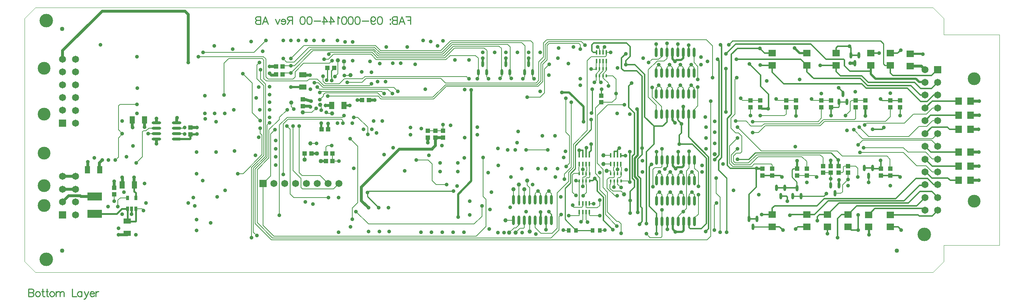
<source format=gbl>
%FSLAX23Y23*%
%MOIN*%
G70*
G01*
G75*
G04 Layer_Physical_Order=4*
G04 Layer_Color=16711680*
%ADD10O,0.024X0.059*%
%ADD11O,0.018X0.067*%
%ADD12O,0.059X0.024*%
%ADD13R,0.071X0.051*%
%ADD14R,0.039X0.039*%
%ADD15R,0.039X0.035*%
%ADD16R,0.039X0.039*%
%ADD17R,0.080X0.050*%
%ADD18R,0.134X0.085*%
%ADD19R,0.041X0.085*%
%ADD20R,0.041X0.085*%
%ADD21R,0.106X0.071*%
%ADD22R,0.035X0.039*%
%ADD23O,0.024X0.087*%
%ADD24R,0.051X0.071*%
%ADD25R,0.047X0.047*%
%ADD26R,0.075X0.134*%
%ADD27O,0.024X0.087*%
%ADD28C,0.040*%
%ADD29R,0.016X0.049*%
%ADD30R,0.071X0.079*%
%ADD31R,0.079X0.031*%
%ADD32R,0.134X0.063*%
%ADD33R,0.026X0.041*%
%ADD34R,0.134X0.075*%
%ADD35R,0.091X0.091*%
%ADD36O,0.087X0.024*%
%ADD37O,0.087X0.024*%
%ADD38R,0.071X0.094*%
%ADD39R,0.084X0.052*%
%ADD40O,0.011X0.067*%
%ADD41O,0.067X0.011*%
%ADD42R,0.141X0.116*%
%ADD43O,0.012X0.047*%
%ADD44R,0.177X0.059*%
%ADD45C,0.008*%
%ADD46C,0.012*%
%ADD47C,0.010*%
%ADD48C,0.025*%
%ADD49C,0.020*%
%ADD50C,0.015*%
%ADD51C,0.012*%
%ADD52C,0.004*%
%ADD53C,0.004*%
%ADD54C,0.118*%
%ADD55C,0.125*%
%ADD56C,0.035*%
%ADD57C,0.118*%
%ADD58C,0.065*%
%ADD59R,0.065X0.065*%
%ADD60R,0.065X0.065*%
%ADD61C,0.039*%
%ADD62C,0.040*%
%ADD63C,0.158*%
%ADD64C,0.168*%
%ADD65C,0.056*%
%ADD66C,0.079*%
%ADD67C,0.079*%
%ADD68C,0.058*%
%ADD69C,0.060*%
%ADD70R,0.071X0.063*%
%ADD71R,0.063X0.071*%
%ADD72R,0.013X0.028*%
%ADD73R,0.018X0.040*%
%ADD74R,0.028X0.039*%
%ADD75C,0.039*%
%ADD76C,0.039*%
D10*
X7585Y768D02*
D03*
X7622Y843D02*
D03*
X7547D02*
D03*
X6482Y373D02*
D03*
X6557D02*
D03*
X6520Y298D02*
D03*
X7237Y683D02*
D03*
X7312D02*
D03*
X7275Y608D02*
D03*
X6963Y582D02*
D03*
X6888D02*
D03*
X6925Y657D02*
D03*
X7388Y1452D02*
D03*
X7313D02*
D03*
X7350Y1527D02*
D03*
X7422Y1883D02*
D03*
X7497D02*
D03*
X7460Y1808D02*
D03*
X6775Y583D02*
D03*
X6812Y658D02*
D03*
X6737D02*
D03*
X4450Y1802D02*
D03*
X4413Y1727D02*
D03*
X4488D02*
D03*
X4240Y1802D02*
D03*
X4203Y1727D02*
D03*
X4278D02*
D03*
X4025Y1802D02*
D03*
X3988Y1727D02*
D03*
X4063D02*
D03*
D13*
X747Y239D02*
D03*
Y353D02*
D03*
X2367Y1589D02*
D03*
Y1703D02*
D03*
D14*
X5119Y1449D02*
D03*
Y1511D02*
D03*
X7465Y1466D02*
D03*
Y1404D02*
D03*
X7165Y799D02*
D03*
Y861D02*
D03*
X7555Y1466D02*
D03*
Y1404D02*
D03*
X7235Y799D02*
D03*
Y861D02*
D03*
X625Y599D02*
D03*
Y661D02*
D03*
X7310Y799D02*
D03*
Y861D02*
D03*
X6915Y1466D02*
D03*
Y1404D02*
D03*
X6585Y1466D02*
D03*
Y1404D02*
D03*
X6605Y774D02*
D03*
Y836D02*
D03*
X7875Y1466D02*
D03*
Y1404D02*
D03*
X7700Y774D02*
D03*
Y836D02*
D03*
X7240Y1466D02*
D03*
Y1404D02*
D03*
X7785Y774D02*
D03*
Y836D02*
D03*
X7785Y1466D02*
D03*
Y1404D02*
D03*
X6697Y774D02*
D03*
Y836D02*
D03*
X6495Y1466D02*
D03*
Y1404D02*
D03*
X6825Y1466D02*
D03*
Y1404D02*
D03*
X7395Y861D02*
D03*
Y799D02*
D03*
X2367Y1414D02*
D03*
Y1477D02*
D03*
X3660Y1124D02*
D03*
Y1186D02*
D03*
X3590Y1124D02*
D03*
Y1186D02*
D03*
X3520Y1186D02*
D03*
Y1124D02*
D03*
X7015Y836D02*
D03*
Y774D02*
D03*
X7150Y1404D02*
D03*
Y1466D02*
D03*
X6925Y836D02*
D03*
Y774D02*
D03*
X1330Y1154D02*
D03*
Y1216D02*
D03*
D16*
X2181Y1780D02*
D03*
X2119D02*
D03*
X2181Y1705D02*
D03*
X2119D02*
D03*
X2579Y975D02*
D03*
X2641D02*
D03*
X2384D02*
D03*
X2446D02*
D03*
X2641Y905D02*
D03*
X2579D02*
D03*
X2594Y1765D02*
D03*
X2656D02*
D03*
X2914Y1470D02*
D03*
X2976D02*
D03*
X2601Y1200D02*
D03*
X2539D02*
D03*
D22*
X5040Y267D02*
D03*
X5107D02*
D03*
X4821Y267D02*
D03*
X4888D02*
D03*
D23*
X5625Y1338D02*
D03*
X5675D02*
D03*
X5725D02*
D03*
X5775D02*
D03*
X5975Y1527D02*
D03*
X5925D02*
D03*
X5875D02*
D03*
X5825D02*
D03*
X5775D02*
D03*
X5725D02*
D03*
X5675D02*
D03*
X5625D02*
D03*
X5625Y1910D02*
D03*
X5675D02*
D03*
X5725D02*
D03*
X5775D02*
D03*
X5825D02*
D03*
X5875D02*
D03*
X5925D02*
D03*
X5975D02*
D03*
Y1721D02*
D03*
X5925D02*
D03*
X5875D02*
D03*
X5825D02*
D03*
X5775D02*
D03*
X5725D02*
D03*
X5675D02*
D03*
X5625D02*
D03*
X5975Y1338D02*
D03*
X5925D02*
D03*
X5875D02*
D03*
X5825D02*
D03*
X5630Y351D02*
D03*
X5680D02*
D03*
X5730D02*
D03*
X5780D02*
D03*
X5980Y540D02*
D03*
X5930D02*
D03*
X5880D02*
D03*
X5830D02*
D03*
X5780D02*
D03*
X5730D02*
D03*
X5680D02*
D03*
X5630D02*
D03*
Y915D02*
D03*
X5680D02*
D03*
X5730D02*
D03*
X5780D02*
D03*
X5830D02*
D03*
X5880D02*
D03*
X5930D02*
D03*
X5980D02*
D03*
Y726D02*
D03*
X5930D02*
D03*
X5880D02*
D03*
X5830D02*
D03*
X5780D02*
D03*
X5730D02*
D03*
X5680D02*
D03*
X5630D02*
D03*
X5980Y351D02*
D03*
X5930D02*
D03*
X5880D02*
D03*
X5830D02*
D03*
X4510Y361D02*
D03*
X4560D02*
D03*
X4610D02*
D03*
X4660D02*
D03*
X4310Y550D02*
D03*
X4360D02*
D03*
X4410D02*
D03*
X4460D02*
D03*
X4510D02*
D03*
X4560D02*
D03*
X4610D02*
D03*
X4660D02*
D03*
X4460Y361D02*
D03*
X4410D02*
D03*
X4360D02*
D03*
X4310D02*
D03*
D24*
X793Y1285D02*
D03*
X907D02*
D03*
X380Y826D02*
D03*
X494D02*
D03*
X2747Y1420D02*
D03*
X2633D02*
D03*
X814Y686D02*
D03*
X700D02*
D03*
D28*
X7847Y79D02*
D03*
X147D02*
D03*
Y2126D02*
D03*
X2745Y1826D02*
D03*
X2533Y905D02*
D03*
X2496Y976D02*
D03*
X2383Y919D02*
D03*
D34*
X445Y421D02*
D03*
Y579D02*
D03*
D36*
X1204Y1110D02*
D03*
Y1160D02*
D03*
Y1210D02*
D03*
Y1260D02*
D03*
X1015D02*
D03*
Y1210D02*
D03*
Y1160D02*
D03*
Y1110D02*
D03*
D45*
X660Y485D02*
Y545D01*
X682Y567D01*
X749D01*
X5245Y586D02*
X5268D01*
X5174Y657D02*
X5245Y586D01*
X5271Y690D02*
X5274D01*
X5302Y662D01*
X5107Y267D02*
X5157D01*
X4865Y480D02*
X4940D01*
X4856Y498D02*
X4857Y488D01*
X4865Y480D01*
X5010Y514D02*
X5050D01*
X4867Y793D02*
X4918D01*
X4981Y690D02*
Y748D01*
X4953Y585D02*
X4984Y616D01*
Y687D01*
X4981Y690D02*
X4984Y687D01*
X5167Y1742D02*
Y1829D01*
X5136Y1674D02*
Y1711D01*
X5135Y1691D02*
X5136Y1692D01*
X5185Y1598D02*
Y1625D01*
X5136Y1674D02*
X5185Y1625D01*
X5255Y1483D02*
Y1662D01*
X5221Y1449D02*
X5255Y1483D01*
X5119Y1449D02*
X5221D01*
X5104Y1742D02*
Y1828D01*
X5073Y1651D02*
Y1711D01*
X5055Y1633D02*
X5073Y1651D01*
X5103Y1647D02*
Y1692D01*
X5225D02*
X5255Y1662D01*
X6597Y1001D02*
X7296D01*
X6377Y1221D02*
X6597Y1001D01*
X5166Y1910D02*
X5206D01*
X7917Y1257D02*
X7999Y1339D01*
X7567Y1257D02*
X7917D01*
X6568Y947D02*
X6971D01*
X6552Y964D02*
X7139D01*
X6424Y1466D02*
X6585D01*
X6405Y1485D02*
X6424Y1466D01*
X6746D02*
X6915D01*
X6734Y1478D02*
X6746Y1466D01*
X8223Y1397D02*
X8224Y1396D01*
X8178Y1397D02*
X8223D01*
X8120Y1339D02*
X8178Y1397D01*
X7999Y1339D02*
X8120D01*
X8051Y1225D02*
X8122D01*
X8224Y1278D02*
X8224Y1278D01*
X8175Y1278D02*
X8224D01*
X8122Y1225D02*
X8175Y1278D01*
X7958Y1132D02*
X8051Y1225D01*
X7588Y1132D02*
X7958D01*
X8178Y1114D02*
X8224Y1160D01*
X8168Y1098D02*
X8224Y1042D01*
X8221Y927D02*
X8224Y924D01*
X8174Y927D02*
X8221D01*
X8112Y989D02*
X8174Y927D01*
X8224Y806D02*
X8224Y806D01*
X8173Y806D02*
X8224D01*
X8116Y863D02*
X8173Y806D01*
X8030Y863D02*
X8116D01*
X7373Y1326D02*
X7418Y1371D01*
X7071Y1466D02*
X7240D01*
X7059Y1478D02*
X7071Y1466D01*
X7431D02*
X7555D01*
X7418Y1371D02*
Y1453D01*
X7431Y1466D01*
X7784Y837D02*
X7785Y836D01*
X7784Y837D02*
Y924D01*
X7755Y953D02*
X7784Y924D01*
X7344Y953D02*
X7755D01*
X7296Y1001D02*
X7344Y953D01*
X7360Y861D02*
X7465D01*
X7487Y759D02*
Y839D01*
X7465Y861D02*
X7487Y839D01*
X7395Y799D02*
X7396Y798D01*
Y737D02*
Y798D01*
X7345Y686D02*
X7396Y737D01*
X7345Y622D02*
Y686D01*
X7331Y608D02*
X7345Y622D01*
X7275Y608D02*
X7331D01*
X7395Y861D02*
X7395Y861D01*
X7352Y853D02*
X7360Y861D01*
X7352Y808D02*
Y853D01*
X7343Y799D02*
X7352Y808D01*
X7310Y799D02*
X7343D01*
X6925Y774D02*
X7093D01*
X7108Y759D01*
X7165Y861D02*
X7165Y861D01*
Y938D01*
X7139Y964D02*
X7165Y938D01*
X7165Y799D02*
X7235D01*
X7237Y796D01*
Y683D02*
Y796D01*
X6340Y907D02*
X6358Y889D01*
X6477D02*
X6552Y964D01*
X6358Y889D02*
X6477D01*
X6340Y907D02*
Y953D01*
X6365Y978D01*
X6403D01*
X6418Y993D01*
Y1135D01*
X6634Y1234D02*
X7141D01*
X7786Y1317D02*
Y1403D01*
X7742Y1273D02*
X7786Y1317D01*
X7141Y1234D02*
X7180Y1273D01*
X7742D01*
X6622Y1251D02*
X7131D01*
X7465Y1299D02*
Y1404D01*
X7456Y1290D02*
X7465Y1299D01*
X7131Y1251D02*
X7170Y1290D01*
X7456D01*
X7785Y1404D02*
X7786Y1403D01*
X6571Y1171D02*
X6634Y1234D01*
X6517Y1171D02*
X6571D01*
X6501Y1230D02*
X6601D01*
X7465Y1404D02*
X7465Y1404D01*
X6601Y1230D02*
X6622Y1251D01*
X6517Y1271D02*
X7119D01*
X7150Y1404D02*
X7150Y1404D01*
X7150Y1302D02*
Y1404D01*
X7119Y1271D02*
X7150Y1302D01*
X6585Y1326D02*
X6586Y1325D01*
X6809D01*
X6825Y1341D01*
Y1404D01*
X6495Y1326D02*
X6495Y1336D01*
Y1404D01*
X7015Y836D02*
Y903D01*
X6971Y947D02*
X7015Y903D01*
X6494Y873D02*
X6568Y947D01*
X6346Y873D02*
X6494D01*
X6320Y899D02*
X6346Y873D01*
X6320Y899D02*
Y964D01*
X6377Y1021D01*
X6531Y878D02*
X6689D01*
X6303Y887D02*
X6333Y857D01*
X6510D02*
X6531Y878D01*
X6333Y857D02*
X6510D01*
X6697Y836D02*
X6697Y836D01*
Y870D01*
X6689Y878D02*
X6697Y870D01*
X625Y535D02*
X625Y535D01*
X625Y535D02*
Y599D01*
X4488Y1677D02*
X4500Y1665D01*
X4488Y1677D02*
Y1727D01*
X4395Y1665D02*
X4413Y1683D01*
Y1727D01*
X4278Y1682D02*
X4290Y1670D01*
X4278Y1682D02*
Y1727D01*
X4185Y1670D02*
X4203Y1688D01*
Y1727D01*
X4063Y1682D02*
X4080Y1665D01*
X4063Y1682D02*
Y1727D01*
X3975Y1665D02*
X3988Y1678D01*
Y1727D01*
X3044Y1843D02*
X3688D01*
X3985Y1730D02*
X3988Y1727D01*
X3985Y1730D02*
Y1855D01*
X3960Y1880D02*
X3985Y1855D01*
X3725Y1880D02*
X3960D01*
X3688Y1843D02*
X3725Y1880D01*
X3053Y1861D02*
X3676D01*
X4063Y1727D02*
X4065Y1730D01*
Y1925D01*
X4039Y1951D02*
X4065Y1925D01*
X3766Y1951D02*
X4039D01*
X3676Y1861D02*
X3766Y1951D01*
X3063Y1877D02*
X3667D01*
X4200Y1730D02*
X4203Y1727D01*
X4200Y1730D02*
Y1945D01*
X4178Y1967D02*
X4200Y1945D01*
X3757Y1967D02*
X4178D01*
X3667Y1877D02*
X3757Y1967D01*
X3069Y1893D02*
X3658D01*
X4278Y1727D02*
X4280Y1730D01*
Y1960D01*
X4257Y1983D02*
X4280Y1960D01*
X3748Y1983D02*
X4257D01*
X3658Y1893D02*
X3748Y1983D01*
X3076Y1909D02*
X3649D01*
X4413Y1727D02*
X4415Y1730D01*
Y1970D01*
X4386Y1999D02*
X4415Y1970D01*
X3739Y1999D02*
X4386D01*
X3649Y1909D02*
X3739Y1999D01*
X4488Y1727D02*
X4490Y1730D01*
Y1995D01*
X4470Y2015D02*
X4490Y1995D01*
X3730Y2015D02*
X4470D01*
X3640Y1925D02*
X3730Y2015D01*
X5136Y1711D02*
X5167Y1742D01*
X5073Y1711D02*
X5073Y1711D01*
X5073D01*
X5104Y1742D01*
X5136Y1740D02*
Y1828D01*
X5104Y1692D02*
X5106Y1694D01*
Y1710D01*
X5136Y1740D01*
X5104Y1692D02*
X5104Y1692D01*
X5167Y1829D02*
X5168Y1830D01*
X5136Y1828D02*
X5137Y1830D01*
X5104Y1828D02*
X5106Y1830D01*
X5073Y1827D02*
X5075Y1830D01*
X5073Y1758D02*
Y1827D01*
X5167Y1692D02*
X5225D01*
X4950Y831D02*
Y880D01*
X4918Y793D02*
X4918Y794D01*
Y855D02*
Y875D01*
X4918Y795D02*
X4918Y794D01*
X4918Y795D02*
Y814D01*
X4912Y820D02*
X4918Y814D01*
X4912Y820D02*
Y849D01*
X4918Y855D01*
X4981Y854D02*
Y874D01*
X4981Y788D02*
X4981Y789D01*
Y813D01*
X4987Y819D01*
Y848D01*
X4981Y854D02*
X4987Y848D01*
X4949Y722D02*
X4950Y722D01*
Y755D01*
X4953Y758D01*
X4968D01*
X4981Y771D01*
Y788D01*
X5012D02*
X5013Y788D01*
Y760D02*
Y788D01*
X5006Y753D02*
X5013Y760D01*
X4986Y753D02*
X5006D01*
X4981Y748D02*
X4986Y753D01*
X4949Y692D02*
Y722D01*
X4918Y514D02*
Y721D01*
X4885Y727D02*
X4891Y721D01*
X4918D01*
X4918Y722D01*
X5240Y854D02*
X5240Y853D01*
X5240Y854D02*
Y880D01*
X5239Y789D02*
X5239Y788D01*
X5239Y789D02*
Y814D01*
X5234Y819D02*
X5239Y814D01*
X5234Y819D02*
Y847D01*
X5240Y853D01*
X5302Y789D02*
X5302Y788D01*
X5302Y789D02*
Y814D01*
X5308Y820D01*
Y848D01*
X5301Y854D02*
X5308Y848D01*
X5301Y854D02*
Y880D01*
X5271Y828D02*
X5271Y828D01*
X5271Y828D02*
Y880D01*
X5193Y754D02*
X5232D01*
X5239Y788D02*
X5239Y788D01*
X5239Y761D02*
Y788D01*
X5232Y754D02*
X5239Y761D01*
X5271Y722D02*
X5271Y722D01*
Y750D01*
X5275Y754D01*
X5291D01*
X5302Y765D01*
Y788D01*
X5271Y690D02*
Y722D01*
X5239Y671D02*
Y722D01*
X5235Y667D02*
X5239Y671D01*
X5375Y722D02*
X5383Y714D01*
X5302Y722D02*
X5375D01*
X5271Y788D02*
Y828D01*
X5775Y1721D02*
Y1770D01*
X5625Y1721D02*
Y1770D01*
X6010Y1660D02*
Y1780D01*
X5975Y1815D02*
Y1910D01*
Y1815D02*
X6010Y1780D01*
X5875Y1721D02*
Y1770D01*
X5975Y1721D02*
Y1770D01*
X5680Y855D02*
Y1020D01*
X5680Y1020D02*
X5680Y1020D01*
Y210D02*
Y455D01*
X5535Y235D02*
X5570Y200D01*
X5670D01*
X5680Y210D01*
X1911Y251D02*
Y838D01*
X6164Y501D02*
X6182Y519D01*
X6164Y268D02*
Y501D01*
X1911Y251D02*
X1942Y220D01*
X1894Y198D02*
Y846D01*
X6126Y1991D02*
X6146Y1971D01*
X6091Y2026D02*
X6126Y1991D01*
X6146Y1676D02*
Y1971D01*
X6354Y1340D02*
Y1660D01*
X6370Y1676D01*
X4618Y2026D02*
X6091D01*
X2185Y1249D02*
X2229Y1293D01*
X2185Y784D02*
Y1249D01*
X2150Y1291D02*
Y1308D01*
X2054Y1195D02*
X2150Y1291D01*
X2054Y935D02*
Y1195D01*
X1945Y826D02*
X2054Y935D01*
X1945Y338D02*
Y826D01*
X1990Y965D02*
Y1145D01*
X1767Y791D02*
X1816D01*
X4730Y271D02*
Y393D01*
X4655Y196D02*
X4730Y271D01*
Y393D02*
X4749Y412D01*
X4819Y720D02*
Y802D01*
X4666Y240D02*
X4713Y287D01*
Y614D02*
X4819Y720D01*
X4713Y287D02*
Y614D01*
X4991Y1189D02*
Y1834D01*
X4862Y845D02*
Y1060D01*
X4991Y1189D01*
X5635Y1829D02*
X5701D01*
X5554Y1748D02*
X5635Y1829D01*
X4641Y1993D02*
X4913D01*
X4926Y1941D02*
Y1980D01*
X4913Y1993D02*
X4926Y1980D01*
X4621Y1841D02*
Y1973D01*
X4641Y1993D01*
X4581Y1801D02*
X4621Y1841D01*
X3690Y1595D02*
X4538D01*
X4581Y1638D02*
Y1801D01*
X4538Y1595D02*
X4581Y1638D01*
X2595Y1505D02*
X3062D01*
X3574Y1479D02*
X3690Y1595D01*
X3062Y1505D02*
X3088Y1479D01*
X3574D01*
X4633Y2010D02*
X4935D01*
X4563Y1810D02*
X4604Y1851D01*
X4935Y2010D02*
X4969Y1976D01*
X4604Y1981D02*
X4633Y2010D01*
X4604Y1851D02*
Y1981D01*
X3683Y1611D02*
X4528D01*
X3568Y1496D02*
X3683Y1611D01*
X2572Y1535D02*
X3056D01*
X4563Y1646D02*
Y1810D01*
X4528Y1611D02*
X4563Y1646D01*
X3095Y1496D02*
X3568D01*
X3056Y1535D02*
X3095Y1496D01*
X2557Y1520D02*
X2572Y1535D01*
X2557Y1507D02*
Y1520D01*
X2522Y1472D02*
X2557Y1507D01*
X6317Y1211D02*
Y1303D01*
X6354Y1340D01*
X3683Y1627D02*
X4519D01*
X4588Y1996D02*
X4618Y2026D01*
X4588Y1866D02*
Y1996D01*
X4544Y1822D02*
X4588Y1866D01*
X4544Y1652D02*
Y1822D01*
X4519Y1627D02*
X4544Y1652D01*
X6317Y1211D02*
X6361Y1167D01*
X6386D01*
X6418Y1135D01*
X6361Y1275D02*
X6456D01*
X6501Y1230D01*
X2295Y1729D02*
X2374Y1808D01*
X2295Y1682D02*
Y1729D01*
X2461Y1925D02*
X3015D01*
X2257Y1721D02*
X2461Y1925D01*
X2444Y1941D02*
X3021D01*
X2289Y1786D02*
X2444Y1941D01*
X2423Y1957D02*
X3028D01*
X2285Y1819D02*
X2423Y1957D01*
X2218Y1819D02*
X2285D01*
X2376Y1973D02*
X3036D01*
X2255Y1852D02*
X2376Y1973D01*
X2185Y1852D02*
X2218Y1819D01*
X2181Y1780D02*
X2187Y1786D01*
X3035Y1879D02*
X3053Y1861D01*
X3006Y1908D02*
X3035Y1879D01*
X4779Y786D02*
X4800Y807D01*
X4800D02*
X4844Y851D01*
X4779Y739D02*
Y786D01*
X1900Y1352D02*
Y1627D01*
X1814Y1713D02*
X1900Y1627D01*
X4562Y240D02*
X4666D01*
X4510Y292D02*
X4562Y240D01*
X4510Y292D02*
Y361D01*
X5071Y403D02*
X5106Y404D01*
X5016Y403D02*
X5071D01*
X5010Y408D02*
X5016Y403D01*
X5010Y408D02*
Y434D01*
X4819Y402D02*
X4915D01*
X4918Y405D01*
Y434D01*
X4991Y1834D02*
X5027Y1870D01*
X5905Y471D02*
Y817D01*
X5930Y842D01*
Y915D01*
X2150Y1308D02*
X2222Y1380D01*
X1900Y1352D02*
X1973Y1279D01*
X1972Y1162D02*
X1973Y1163D01*
Y1210D01*
X2038Y942D02*
Y1238D01*
X2060Y1260D01*
X2076Y180D02*
X6096D01*
X1928Y328D02*
X2076Y180D01*
X2000Y595D02*
X2000Y595D01*
X2000Y312D02*
Y595D01*
X2000Y700D02*
X2001Y699D01*
Y694D02*
Y699D01*
X1928Y328D02*
Y832D01*
X2038Y942D01*
X1640Y1515D02*
Y1808D01*
X1684Y1852D01*
X2408Y1646D02*
X2426Y1664D01*
X2500D01*
X2561Y1603D01*
X5597Y671D02*
Y829D01*
X5613Y845D01*
X5670D01*
X5680Y855D01*
X5680Y455D02*
X5680Y455D01*
X5088Y1960D02*
X5103Y1944D01*
Y1910D02*
Y1944D01*
X5825Y1910D02*
Y1985D01*
X5135Y1942D02*
X5150Y1958D01*
X5135Y1910D02*
Y1942D01*
X5027Y1870D02*
X5158D01*
X5166Y1878D01*
Y1910D01*
X5725Y1910D02*
X5726Y1909D01*
X5554Y1495D02*
Y1748D01*
Y1495D02*
X5625Y1424D01*
Y1338D02*
Y1424D01*
X5555Y1817D02*
X5590Y1845D01*
X5650D01*
X5675Y1870D01*
Y1910D01*
X5590Y1495D02*
X5675Y1410D01*
X5590Y1495D02*
Y1585D01*
X5675Y1338D02*
X5675Y1338D01*
X5675Y1338D02*
Y1410D01*
X4979Y481D02*
Y514D01*
Y481D02*
X4985Y476D01*
X5152Y270D02*
X5157Y267D01*
X4770Y270D02*
X4773Y267D01*
X4821D01*
X4979Y366D02*
X4993Y344D01*
X4979Y366D02*
Y434D01*
X4934Y346D02*
X4949Y363D01*
Y434D01*
X4917Y435D02*
X4918Y434D01*
X5010D02*
X5011Y435D01*
X830Y890D02*
X885Y945D01*
Y1175D01*
X895Y1185D01*
X920D01*
X945Y1210D01*
X1015D01*
X940Y1160D02*
X1015D01*
X680Y1430D02*
X835D01*
X665Y1415D02*
X680Y1430D01*
X665Y1195D02*
Y1415D01*
X5650Y1795D02*
X5675Y1770D01*
Y1721D02*
Y1770D01*
X5625Y1770D02*
X5650Y1795D01*
X5950Y1605D02*
X5975Y1580D01*
Y1527D02*
Y1580D01*
X5925Y1580D02*
X5950Y1605D01*
X5925Y1527D02*
Y1580D01*
X5850Y1605D02*
X5875Y1580D01*
Y1527D02*
Y1580D01*
X5825Y1580D02*
X5850Y1605D01*
X5825Y1527D02*
Y1580D01*
X5750Y1605D02*
X5775Y1580D01*
Y1527D02*
Y1580D01*
X5725Y1580D02*
X5750Y1605D01*
X5725Y1527D02*
Y1580D01*
X5625D02*
X5650Y1605D01*
X5625Y1527D02*
Y1580D01*
X5650Y1605D02*
X5675Y1580D01*
Y1527D02*
Y1580D01*
X5950Y1795D02*
X5975Y1770D01*
X5925Y1770D02*
X5950Y1795D01*
X5925Y1721D02*
Y1770D01*
X5850Y1795D02*
X5875Y1770D01*
X5825Y1770D02*
X5850Y1795D01*
X5825Y1721D02*
Y1770D01*
X5725D02*
X5750Y1795D01*
X5725Y1721D02*
Y1770D01*
X5750Y1795D02*
X5775Y1770D01*
X5975Y1721D02*
X5975Y1721D01*
X5875Y1721D02*
X5875Y1721D01*
X5775Y1721D02*
X5775Y1721D01*
X5675Y1721D02*
X5675Y1721D01*
X5625Y1910D02*
Y1985D01*
X637Y916D02*
X665Y944D01*
X2197Y1721D02*
X2257D01*
X4427Y1011D02*
X4627D01*
X825Y465D02*
X883D01*
X897Y451D01*
X6303Y887D02*
Y1047D01*
X6377Y1121D01*
X5630Y726D02*
Y780D01*
X5655Y805D01*
X5680Y726D02*
Y780D01*
X5655Y805D02*
X5680Y780D01*
X5730Y780D02*
X5755Y805D01*
X5730Y726D02*
Y780D01*
Y726D02*
X5730Y726D01*
X5780D02*
Y780D01*
X5755Y805D02*
X5780Y780D01*
X5830Y726D02*
Y780D01*
X5855Y805D01*
X5880Y726D02*
Y779D01*
X5855Y805D02*
X5880Y779D01*
X5930Y726D02*
Y780D01*
X5955Y805D01*
X5980Y726D02*
Y780D01*
X5955Y805D02*
X5980Y780D01*
X5655Y620D02*
X5680Y595D01*
Y540D02*
Y595D01*
Y540D02*
X5680Y540D01*
X5650Y620D02*
X5655D01*
X5630Y600D02*
X5650Y620D01*
X5630Y540D02*
Y600D01*
Y540D02*
X5630Y540D01*
X5730D02*
Y595D01*
X5755Y620D01*
X5780Y540D02*
Y595D01*
X5755Y620D02*
X5780Y595D01*
X5830Y540D02*
Y595D01*
X5855Y620D01*
X5880Y540D02*
Y595D01*
X5855Y620D02*
X5880Y595D01*
X5980Y540D02*
Y595D01*
X5955Y620D02*
X5980Y595D01*
X5930Y540D02*
Y595D01*
X5955Y620D01*
X1204Y1160D02*
X1270D01*
X1275Y1155D01*
X1204Y1210D02*
X1270D01*
X1275Y1215D01*
X3520Y1186D02*
X3590D01*
X3590Y1186D01*
X3660D01*
Y1244D01*
X3660Y1244D01*
X3559Y727D02*
X3595Y691D01*
X3692D01*
X3694Y689D01*
X4510Y550D02*
Y605D01*
X4535Y630D01*
X4560Y550D02*
Y605D01*
X4535Y630D02*
X4560Y605D01*
X4610Y550D02*
Y605D01*
X4635Y630D01*
X4660Y550D02*
Y605D01*
X4635Y630D02*
X4660Y605D01*
X1894Y846D02*
X2006Y958D01*
Y1603D01*
X1911Y838D02*
X2022Y949D01*
Y1617D01*
X6215Y250D02*
Y574D01*
X6181Y608D02*
X6215Y574D01*
X6181Y608D02*
Y750D01*
X5830Y351D02*
Y396D01*
X5980Y841D02*
Y915D01*
Y841D02*
X6015Y806D01*
Y673D02*
Y806D01*
Y416D02*
Y595D01*
X5981Y382D02*
X6015Y416D01*
X5981Y348D02*
Y382D01*
X5975Y1338D02*
Y1381D01*
X6010Y1416D01*
Y1591D01*
X5105Y497D02*
Y545D01*
X5084Y476D02*
X5105Y497D01*
X4985Y476D02*
X5084D01*
X5159Y412D02*
X5264Y307D01*
X4819Y802D02*
X4862Y845D01*
X3036Y1973D02*
X3084Y1925D01*
X3028Y1957D02*
X3076Y1909D01*
X3021Y1941D02*
X3069Y1893D01*
X3084Y1925D02*
X3640D01*
X3015Y1925D02*
X3063Y1877D01*
X2562Y1846D02*
X2604D01*
X2650Y1892D01*
X2995D01*
X3044Y1843D01*
X1942Y1792D02*
X1965Y1815D01*
X1942Y1667D02*
X2006Y1603D01*
X1942Y1667D02*
Y1792D01*
X1975Y1664D02*
Y1750D01*
Y1664D02*
X2022Y1617D01*
X2008Y1667D02*
X2029Y1646D01*
X2008Y1667D02*
Y1836D01*
X1992Y1852D02*
X2008Y1836D01*
X1684Y1852D02*
X1992D01*
X2029Y1646D02*
X2408D01*
X2276Y1663D02*
X2295Y1682D01*
X2025Y1684D02*
X2046Y1663D01*
X2025Y1684D02*
Y1848D01*
X2003Y1870D02*
X2025Y1848D01*
X2046Y1663D02*
X2276D01*
X1402Y1870D02*
X2003D01*
X1917Y1908D02*
X2027Y2018D01*
X1447Y1908D02*
X1917D01*
X2522Y1541D02*
X2532Y1551D01*
X3151Y1571D02*
X3193Y1529D01*
X2519Y1571D02*
X3151D01*
X4843Y852D02*
X4844Y851D01*
X3207Y1587D02*
X3244Y1550D01*
X4793Y1173D02*
X4827Y1139D01*
X4796Y855D02*
X4827Y886D01*
Y1139D01*
X5137Y662D02*
X5178Y621D01*
Y435D02*
Y621D01*
Y435D02*
X5262Y351D01*
X5279D01*
X5303Y327D01*
Y238D02*
Y327D01*
X4019Y397D02*
Y492D01*
X3947Y325D02*
X4019Y397D01*
X2972Y325D02*
X3947D01*
X2856Y441D02*
X2972Y325D01*
X4030Y578D02*
X4056Y552D01*
X4030Y578D02*
Y940D01*
X2873Y1310D02*
X2965Y1218D01*
X2554Y1587D02*
X3207D01*
X4793Y1173D02*
Y1485D01*
X4843Y852D02*
Y1448D01*
X3094Y1551D02*
X3115Y1530D01*
X2532Y1551D02*
X3094D01*
X665Y944D02*
Y1120D01*
X700Y1155D01*
X665Y1195D02*
X700Y1160D01*
Y1155D02*
Y1160D01*
X1945Y338D02*
X2087Y196D01*
X4655D01*
X2100Y212D02*
X3965D01*
X4056Y303D01*
X2000Y312D02*
X2100Y212D01*
X2000Y595D02*
Y701D01*
X4056Y303D02*
Y552D01*
X5174Y657D02*
Y735D01*
X5193Y754D01*
X4853Y620D02*
X4885Y588D01*
X4853Y620D02*
Y779D01*
X4867Y793D01*
X5011Y794D02*
Y875D01*
Y794D02*
X5012Y793D01*
X4949Y692D02*
X4950Y672D01*
X4949Y727D02*
X4950Y727D01*
X4981Y794D02*
X4981Y793D01*
X4981Y875D02*
X4981Y874D01*
X4949Y793D02*
X4950Y794D01*
X5031Y1754D02*
X5073D01*
X5025Y1755D02*
X5031Y1754D01*
X5135Y1687D02*
X5135Y1687D01*
X5166Y1754D02*
X5166Y1753D01*
X5103Y1647D02*
X5115Y1635D01*
X5118Y1633D01*
X5103Y1753D02*
X5103Y1754D01*
X5010Y514D02*
X5011Y515D01*
X4940Y480D02*
X4949Y488D01*
Y514D01*
X5701Y1829D02*
X5726Y1854D01*
X4949Y788D02*
Y831D01*
X4949Y831D02*
X4949Y831D01*
X6129Y213D02*
Y1464D01*
X2951Y1671D02*
X3639D01*
X3683Y1627D01*
X4597Y1757D02*
X4639Y1799D01*
X4597Y1536D02*
Y1757D01*
X4556Y1495D02*
X4597Y1536D01*
X4436Y1495D02*
X4556D01*
X6096Y180D02*
X6129Y213D01*
X2187Y1786D02*
X2289D01*
X2724Y1293D02*
X2737Y1280D01*
Y1256D02*
Y1280D01*
X2229Y1293D02*
X2724D01*
X2872Y523D02*
Y1043D01*
X2823Y474D02*
X2872Y523D01*
X2823Y370D02*
Y474D01*
X2526Y774D02*
X2600Y700D01*
X2650Y650D02*
X2700Y700D01*
X2604Y568D02*
Y569D01*
X2732Y1311D02*
X2748Y1327D01*
X2150Y406D02*
Y1239D01*
X2222Y1311D01*
X2732D01*
X2250Y602D02*
X2283Y569D01*
X2219Y1231D02*
X2250Y1200D01*
Y602D02*
Y1200D01*
X2283Y569D02*
X2604D01*
X2275Y819D02*
Y1231D01*
Y819D02*
X2349Y745D01*
Y664D02*
Y745D01*
Y664D02*
X2364Y649D01*
X2616D01*
X2617Y650D01*
X2650D01*
X2334Y801D02*
Y1231D01*
Y801D02*
X2361Y774D01*
X2526D01*
X5726Y1854D02*
Y1992D01*
X5830Y396D02*
X5905Y471D01*
X7550Y1240D02*
X7567Y1257D01*
X7500Y1220D02*
X7588Y1132D01*
X7450Y1195D02*
X7531Y1114D01*
X8178D01*
X7490Y1055D02*
X7533Y1098D01*
X8168D01*
X7540Y1030D02*
X7908D01*
X7949Y989D02*
X8112D01*
X7908Y1030D02*
X7949Y989D01*
X7506Y986D02*
X7907D01*
X8030Y863D01*
X2836Y1310D02*
X2873D01*
X2965Y1152D02*
Y1218D01*
X2802Y1113D02*
X2872Y1043D01*
X3412Y916D02*
X3524D01*
X3559Y881D01*
Y727D02*
Y881D01*
X5065Y1395D02*
X5119Y1449D01*
X5065Y792D02*
Y1395D01*
Y792D02*
X5107Y750D01*
Y650D02*
Y750D01*
Y650D02*
X5108Y649D01*
Y638D02*
Y649D01*
X5159Y412D02*
Y587D01*
X5108Y638D02*
X5159Y587D01*
X5179Y1425D02*
X5334D01*
X5083Y1329D02*
X5179Y1425D01*
X5083Y885D02*
Y1329D01*
Y885D02*
X5137Y831D01*
Y662D02*
Y831D01*
X3878Y1687D02*
X3900Y1666D01*
X2913Y1633D02*
X2951Y1671D01*
X2777Y1633D02*
X2913D01*
X2500Y1590D02*
X2519Y1571D01*
X2703Y1619D02*
X2750Y1665D01*
X2918D01*
X2940Y1687D01*
X3878D01*
X2553Y1642D02*
X2576Y1619D01*
X2703D01*
X2553Y1642D02*
Y1688D01*
X2606Y1893D02*
X2621Y1908D01*
X3006D01*
X2612Y1808D02*
X2638Y1834D01*
X2374Y1808D02*
X2612D01*
X2474Y1631D02*
X2510D01*
X2554Y1587D01*
X2690Y1714D02*
Y1835D01*
X2663Y1687D02*
X2690Y1714D01*
X2745Y1765D02*
Y1826D01*
X2749Y1695D02*
X2800D01*
X2805Y1700D01*
X2983Y1603D02*
X3000Y1620D01*
X2561Y1603D02*
X2983D01*
X2641Y905D02*
Y975D01*
Y905D02*
X2641Y905D01*
X2642Y906D02*
X2700D01*
X2641Y905D02*
X2642Y906D01*
X2579Y975D02*
Y1036D01*
X2593Y1050D01*
X2627D01*
X2628Y1051D01*
X2632D01*
X1816Y791D02*
X1990Y965D01*
X1972Y1162D02*
X1990Y1145D01*
X2070Y1156D02*
X2109Y1195D01*
X2070Y771D02*
Y1156D01*
X2000Y701D02*
X2070Y771D01*
X2384Y920D02*
Y975D01*
X2383Y919D02*
X2384Y920D01*
X2435Y1070D02*
X2492D01*
X2493Y1069D01*
X2260Y1411D02*
Y1445D01*
Y1411D02*
X2284Y1387D01*
X2365Y1355D02*
X2451D01*
X2490Y1394D01*
X2535Y1376D02*
Y1415D01*
X2525Y1425D02*
X2535Y1415D01*
X2595Y1345D02*
X2635D01*
X2584Y1356D02*
X2595Y1345D01*
X4310Y550D02*
Y645D01*
X4310Y645D02*
X4310Y645D01*
X4360Y550D02*
Y690D01*
X4360Y690D02*
X4360Y690D01*
X4410Y550D02*
Y645D01*
X4410Y645D02*
X4410Y645D01*
X4460Y550D02*
Y658D01*
X4436Y682D02*
X4460Y658D01*
X4436Y682D02*
Y724D01*
X4435Y725D02*
X4436Y724D01*
X4460Y255D02*
Y361D01*
X4460Y255D02*
X4460Y255D01*
X4410Y293D02*
Y361D01*
X4403Y286D02*
X4410Y293D01*
X4371Y286D02*
X4403D01*
X4330Y245D02*
X4371Y286D01*
X4359Y317D02*
Y356D01*
X4332Y290D02*
X4359Y317D01*
X4315Y290D02*
X4332D01*
X4270Y245D02*
X4315Y290D01*
X4236Y361D02*
X4310D01*
X4235Y360D02*
X4236Y361D01*
X5140Y960D02*
X5208D01*
X5140Y880D02*
X5208D01*
X5170Y815D02*
X5206D01*
X5208Y813D01*
Y789D02*
Y813D01*
X5208Y788D02*
X5208Y789D01*
X5208Y697D02*
Y722D01*
X5201Y690D02*
X5208Y697D01*
X5201Y653D02*
Y690D01*
X5302Y628D02*
X5330Y600D01*
X5201Y653D02*
X5226Y628D01*
X5302D01*
D46*
X4950Y955D02*
Y1005D01*
X4918Y960D02*
X4918Y1007D01*
X5141Y358D02*
X5227Y272D01*
X7139Y1789D02*
X7281D01*
X5925Y1910D02*
Y1985D01*
X7281Y1789D02*
X7282Y1790D01*
X8167Y1576D02*
X8224Y1633D01*
X7285Y1733D02*
Y1790D01*
X6838Y535D02*
Y574D01*
X6829Y583D02*
X6838Y574D01*
X6775Y583D02*
X6829D01*
X6482Y373D02*
X6557D01*
X7712Y1201D02*
X7728Y1217D01*
X7623Y1201D02*
X7712D01*
X5271Y955D02*
Y1010D01*
X5240Y955D02*
Y994D01*
X7607Y1709D02*
Y1736D01*
X7414D02*
X7607D01*
X5240Y995D02*
X5271D01*
X6661Y1389D02*
X6662Y1389D01*
Y1522D01*
X6589Y1595D02*
X6662Y1522D01*
X6589Y1595D02*
Y1700D01*
X6915Y1323D02*
X6915Y1323D01*
Y1404D01*
X7700Y774D02*
X7863D01*
X7877Y760D01*
X7547Y843D02*
X7622D01*
X7628Y836D01*
X7700D01*
X7695Y914D02*
X7700Y909D01*
Y836D02*
Y909D01*
X7427Y269D02*
X7490D01*
X7396Y301D02*
X7427Y269D01*
X7490Y269D02*
Y408D01*
X7490Y269D02*
X7490Y269D01*
X7607Y1902D02*
X7682D01*
X7306Y865D02*
X7310Y861D01*
X7306Y865D02*
Y916D01*
X7240Y1326D02*
X7241Y1325D01*
X7240Y1326D02*
Y1404D01*
X6737Y658D02*
X6925D01*
X6605Y774D02*
X6772D01*
X6787Y759D01*
X6482Y374D02*
Y599D01*
X8062Y1517D02*
X8104D01*
X7976Y1603D02*
X8062Y1517D01*
X7576Y1603D02*
X7976D01*
X7523Y1693D02*
X7584Y1632D01*
X8066Y1576D02*
X8167D01*
X8010Y1632D02*
X8066Y1576D01*
X7325Y1693D02*
X7523D01*
X6600Y413D02*
X6697D01*
X5012Y722D02*
X5017Y727D01*
X5042D01*
X4918Y955D02*
X4918Y960D01*
X5960Y1062D02*
X6090Y932D01*
X5939Y283D02*
X6043D01*
X6090Y330D01*
Y932D01*
X5925Y1129D02*
X6110Y944D01*
Y283D02*
Y944D01*
X6084Y257D02*
X6110Y283D01*
X5630Y235D02*
Y424D01*
X5497Y965D02*
Y1027D01*
Y349D02*
Y472D01*
X5458Y770D02*
X5483Y745D01*
Y486D02*
X5497Y472D01*
X5458Y926D02*
X5497Y965D01*
X5483Y486D02*
Y745D01*
X5458Y770D02*
Y926D01*
X5425Y971D02*
Y1350D01*
X5407Y953D02*
X5425Y971D01*
Y665D02*
Y729D01*
X5407Y747D02*
X5425Y729D01*
X5407Y747D02*
Y953D01*
X5384Y715D02*
Y993D01*
X7301Y1965D02*
X7411D01*
X7422Y1883D02*
Y1953D01*
X7410Y1965D02*
X7422Y1953D01*
Y1883D02*
X7497D01*
X5346Y1795D02*
X5430D01*
X5520Y1705D01*
Y1314D02*
Y1705D01*
X5495Y1029D02*
Y1688D01*
X5051Y1996D02*
X5353D01*
X5385Y1964D01*
Y1873D02*
Y1964D01*
X5346Y1834D02*
X5385Y1873D01*
X5346Y1795D02*
Y1834D01*
X5329Y1738D02*
X5445D01*
X5495Y1688D01*
X5306Y1761D02*
X5329Y1738D01*
X5306Y1761D02*
Y1858D01*
X5345Y1897D01*
X6482Y599D02*
X6550Y667D01*
X6207Y962D02*
Y1833D01*
X6194Y1846D02*
X6207Y1833D01*
X6166Y921D02*
X6207Y962D01*
X6231Y939D02*
Y1968D01*
X6202Y910D02*
X6231Y939D01*
X6202Y824D02*
Y910D01*
X6366Y1846D02*
X6961D01*
X7017Y1790D01*
X7193Y1845D02*
X7356D01*
X7052Y1986D02*
X7193Y1845D01*
X6270Y1897D02*
X6359Y1986D01*
X7052D01*
X7356Y1845D02*
X7363Y1838D01*
Y1787D02*
Y1838D01*
Y1787D02*
X7414Y1736D01*
X5271Y1010D02*
X5288Y1027D01*
X5472Y324D02*
X5497Y349D01*
X5730Y276D02*
X5731Y275D01*
X5730Y276D02*
Y351D01*
X5033Y1978D02*
X5051Y1996D01*
X5033Y1923D02*
Y1978D01*
Y1923D02*
X5046Y1910D01*
X5073D01*
X5840Y1062D02*
Y1147D01*
X5860Y1167D01*
Y1251D01*
X5825Y1286D02*
X5860Y1251D01*
X5825Y1286D02*
Y1338D01*
X6587Y1793D02*
X6590Y1790D01*
X6697D01*
X6271Y1361D02*
Y1759D01*
X7912Y539D02*
X8057Y684D01*
X8082D01*
X5840Y1062D02*
X5960D01*
X5925Y1129D02*
Y1338D01*
X5686Y1228D02*
X5725Y1267D01*
Y1338D01*
X6220Y1979D02*
X6231Y1968D01*
X5301Y955D02*
X5343D01*
X5025Y1062D02*
X5026Y1061D01*
Y1004D02*
Y1061D01*
X5011Y989D02*
X5026Y1004D01*
X5563Y491D02*
Y854D01*
Y491D02*
X5630Y424D01*
X5563Y854D02*
X5584Y875D01*
X5708Y834D02*
X5730Y856D01*
Y915D01*
X5630Y351D02*
X5630Y351D01*
X7300Y376D02*
X7337Y413D01*
X7300Y200D02*
Y376D01*
X6764Y301D02*
X6795Y270D01*
X6697Y301D02*
X6764D01*
X4918Y954D02*
X4918Y955D01*
X5042Y727D02*
X5060Y745D01*
X6550Y667D02*
Y839D01*
X6311D02*
X6550D01*
X6284Y866D02*
X6311Y839D01*
X6284Y866D02*
Y1301D01*
X6321Y1338D01*
Y1892D01*
X6375Y1946D01*
X6582D01*
X8188Y1517D02*
X8214D01*
X8128Y1457D02*
X8188Y1517D01*
X8067Y1456D02*
X8128Y1457D01*
X7944Y1579D02*
X8067Y1456D01*
X7835Y559D02*
X8022Y746D01*
X8129D01*
X8185Y690D01*
X8208Y691D01*
X8170Y626D02*
X8223Y572D01*
X8060Y626D02*
X8170D01*
X7952Y518D02*
X8060Y626D01*
X7476Y493D02*
X8031D01*
X7394Y411D02*
X7476Y493D01*
X8091Y469D02*
X8106Y454D01*
X8052Y401D02*
X8173D01*
X8111Y808D02*
X8169Y751D01*
X8317D01*
X8339Y729D01*
X8105Y926D02*
X8172Y859D01*
X8110Y1162D02*
X8169Y1221D01*
X8312D01*
X8334Y1199D01*
X8110Y1281D02*
X8158Y1329D01*
X8111Y1399D02*
X8172Y1459D01*
X6552Y841D02*
X6557Y846D01*
X8172Y1459D02*
X8415D01*
X8416D01*
X8158Y1329D02*
X8415D01*
X8416D01*
X8334Y1199D02*
X8415D01*
X8416D01*
X8107Y1042D02*
X8161Y989D01*
X8415D01*
X8416D01*
X8172Y859D02*
X8415D01*
X8416D01*
X8339Y729D02*
X8415D01*
X8416D01*
X8082Y684D02*
X8097Y688D01*
X7585Y410D02*
X7644Y469D01*
X8091D01*
X8043Y410D02*
X8052Y401D01*
X7785Y410D02*
X8043D01*
X8173Y401D02*
X8226Y454D01*
X7785Y298D02*
X7860D01*
X7887Y271D01*
X7205Y236D02*
X7207Y301D01*
X7112Y392D02*
X7133Y413D01*
X7112Y356D02*
Y392D01*
X7133Y413D02*
X7207D01*
X6932Y301D02*
X7015D01*
X6912Y281D02*
X6932Y301D01*
X7787Y1902D02*
X7853D01*
X7882Y1931D01*
X6694Y1792D02*
X6697Y1790D01*
X6626Y1902D02*
X6697D01*
X6582Y1946D02*
X6626Y1902D01*
X7584Y1632D02*
X8010D01*
X7564Y1579D02*
X7944D01*
X6697Y413D02*
Y472D01*
X6719Y494D01*
X7207Y413D02*
X7312Y518D01*
X7952D01*
X7086Y413D02*
X7212Y539D01*
X7912D01*
X7111Y494D02*
X7176Y559D01*
X6719Y494D02*
X7111D01*
X7176Y559D02*
X7835D01*
X7337Y413D02*
X7396D01*
X8031Y493D02*
X8107Y569D01*
X7410Y1965D02*
X7411Y1965D01*
X7285Y1902D02*
Y1949D01*
X7301Y1965D01*
X5925Y1975D02*
X5925Y1985D01*
X5630Y915D02*
Y993D01*
X5830Y915D02*
Y993D01*
X5930Y915D02*
Y994D01*
X5931Y995D01*
X4981Y1028D02*
X4982Y1029D01*
X4981Y955D02*
Y1028D01*
X5373Y1598D02*
X5400Y1625D01*
X5373Y1402D02*
Y1598D01*
Y1402D02*
X5425Y1350D01*
X5606Y1228D02*
X5686D01*
X5520Y1314D02*
X5606Y1228D01*
Y1062D02*
Y1228D01*
X5537Y329D02*
Y993D01*
X5606Y1062D01*
X5495Y1029D02*
X5497Y1027D01*
X5386Y553D02*
Y626D01*
X5385Y544D02*
X5386Y553D01*
Y626D02*
X5425Y665D01*
X5386Y426D02*
Y543D01*
X5084Y631D02*
Y721D01*
Y631D02*
X5141Y574D01*
X5060Y745D02*
X5084Y721D01*
X5141Y358D02*
Y574D01*
X4950Y1005D02*
X4950Y1005D01*
X4920D02*
X4950D01*
X4918Y1007D02*
X4920Y1005D01*
X5240Y994D02*
X5240Y995D01*
X7785Y1720D02*
X7809Y1696D01*
X7785Y1720D02*
Y1788D01*
X7787Y1790D01*
X8167Y1696D02*
X8223Y1752D01*
X7809Y1696D02*
X8167D01*
X5930Y292D02*
X5939Y283D01*
X5930Y292D02*
Y351D01*
X5930Y351D01*
X5011Y955D02*
Y989D01*
X6697Y1727D02*
X6803Y1621D01*
X7522D01*
X7564Y1579D01*
X6697Y1727D02*
Y1790D01*
X7017Y1731D02*
X7080Y1668D01*
X7511D01*
X7576Y1603D01*
X7017Y1731D02*
Y1767D01*
X7285Y1733D02*
X7325Y1693D01*
X7585Y298D02*
X7587Y296D01*
X6202Y824D02*
X6276Y750D01*
X6861Y405D02*
X6869Y413D01*
X7086D01*
X6485Y1804D02*
X6589Y1700D01*
D47*
X4836Y706D02*
Y793D01*
X4785Y370D02*
X4888Y267D01*
X4785Y655D02*
X4836Y706D01*
X4785Y370D02*
Y655D01*
X6694Y298D02*
X6697Y301D01*
X6520Y298D02*
X6694D01*
X7709Y1466D02*
X7875D01*
X7697Y1478D02*
X7709Y1466D01*
X7310Y1583D02*
X7350Y1543D01*
Y1527D02*
Y1543D01*
X7240Y1404D02*
X7242Y1402D01*
X7307D01*
X7313Y1408D01*
Y1452D01*
X7388D01*
X7585Y710D02*
X7585Y710D01*
X7585Y710D02*
Y768D01*
X7875Y1404D02*
X7877Y1402D01*
Y1325D02*
Y1402D01*
X6888Y582D02*
X7173D01*
X7197Y606D01*
X6540Y982D02*
X7240D01*
X6480Y922D02*
X6540Y982D01*
X7240D02*
X7306Y916D01*
X6378Y922D02*
X6480D01*
X6924Y658D02*
X6925Y658D01*
X6924Y658D02*
Y714D01*
X6880Y758D02*
X6924Y714D01*
X6880Y758D02*
Y826D01*
X6890Y836D01*
X6925D01*
X4635Y438D02*
X4660Y413D01*
Y361D02*
Y413D01*
X4880Y837D02*
Y1051D01*
X5028Y1199D01*
Y1291D01*
X4610Y361D02*
X4611Y360D01*
Y273D02*
Y360D01*
X4888Y267D02*
X5040D01*
X2962Y616D02*
X2977Y631D01*
X3757D01*
X2962Y581D02*
Y616D01*
Y581D02*
X3067Y476D01*
X5119Y1511D02*
Y1566D01*
X5122Y1571D01*
X4836Y793D02*
X4880Y837D01*
X5036Y1356D02*
Y1570D01*
X5029Y1349D02*
X5036Y1356D01*
X7735Y1790D02*
X7787D01*
X7722Y1803D02*
X7735Y1790D01*
X7722Y1803D02*
Y1988D01*
X7695Y2015D02*
X7722Y1988D01*
X6330Y2015D02*
X7695D01*
X6295Y1980D02*
X6330Y2015D01*
X6275Y750D02*
X6276Y750D01*
X6275Y250D02*
Y750D01*
X2630Y1739D02*
X2656Y1765D01*
X2630Y1684D02*
Y1739D01*
Y1684D02*
X2633Y1681D01*
Y1650D02*
Y1681D01*
Y1650D02*
X2633Y1650D01*
X2594Y1661D02*
Y1765D01*
X2587Y1654D02*
X2594Y1661D01*
X-163Y-274D02*
Y-344D01*
Y-274D02*
X-133D01*
X-123Y-278D01*
X-120Y-281D01*
X-116Y-288D01*
Y-294D01*
X-120Y-301D01*
X-123Y-304D01*
X-133Y-308D01*
X-163D02*
X-133D01*
X-123Y-311D01*
X-120Y-314D01*
X-116Y-321D01*
Y-331D01*
X-120Y-338D01*
X-123Y-341D01*
X-133Y-344D01*
X-163D01*
X-84Y-298D02*
X-91Y-301D01*
X-97Y-308D01*
X-101Y-318D01*
Y-324D01*
X-97Y-334D01*
X-91Y-341D01*
X-84Y-344D01*
X-74D01*
X-67Y-341D01*
X-61Y-334D01*
X-57Y-324D01*
Y-318D01*
X-61Y-308D01*
X-67Y-301D01*
X-74Y-298D01*
X-84D01*
X-32Y-274D02*
Y-331D01*
X-29Y-341D01*
X-22Y-344D01*
X-15D01*
X-42Y-298D02*
X-19D01*
X5Y-274D02*
Y-331D01*
X8Y-341D01*
X15Y-344D01*
X21D01*
X-5Y-298D02*
X18D01*
X48D02*
X41Y-301D01*
X35Y-308D01*
X31Y-318D01*
Y-324D01*
X35Y-334D01*
X41Y-341D01*
X48Y-344D01*
X58D01*
X65Y-341D01*
X71Y-334D01*
X75Y-324D01*
Y-318D01*
X71Y-308D01*
X65Y-301D01*
X58Y-298D01*
X48D01*
X90D02*
Y-344D01*
Y-311D02*
X100Y-301D01*
X107Y-298D01*
X117D01*
X123Y-301D01*
X127Y-311D01*
Y-344D01*
Y-311D02*
X137Y-301D01*
X143Y-298D01*
X153D01*
X160Y-301D01*
X163Y-311D01*
Y-344D01*
X240Y-274D02*
Y-344D01*
X280D01*
X328Y-298D02*
Y-344D01*
Y-308D02*
X321Y-301D01*
X315Y-298D01*
X305D01*
X298Y-301D01*
X291Y-308D01*
X288Y-318D01*
Y-324D01*
X291Y-334D01*
X298Y-341D01*
X305Y-344D01*
X315D01*
X321Y-341D01*
X328Y-334D01*
X350Y-298D02*
X370Y-344D01*
X390Y-298D02*
X370Y-344D01*
X363Y-358D01*
X357Y-364D01*
X350Y-368D01*
X347D01*
X402Y-318D02*
X442D01*
Y-311D01*
X438Y-304D01*
X435Y-301D01*
X428Y-298D01*
X418D01*
X412Y-301D01*
X405Y-308D01*
X402Y-318D01*
Y-324D01*
X405Y-334D01*
X412Y-341D01*
X418Y-344D01*
X428D01*
X435Y-341D01*
X442Y-334D01*
X457Y-298D02*
Y-344D01*
Y-318D02*
X460Y-308D01*
X467Y-301D01*
X473Y-298D01*
X483D01*
X3359Y2239D02*
Y2169D01*
Y2239D02*
X3316D01*
X3359Y2206D02*
X3332D01*
X3254Y2169D02*
X3281Y2239D01*
X3308Y2169D01*
X3298Y2192D02*
X3264D01*
X3238Y2239D02*
Y2169D01*
Y2239D02*
X3208D01*
X3198Y2236D01*
X3195Y2232D01*
X3191Y2226D01*
Y2219D01*
X3195Y2212D01*
X3198Y2209D01*
X3208Y2206D01*
X3238D02*
X3208D01*
X3198Y2202D01*
X3195Y2199D01*
X3191Y2192D01*
Y2182D01*
X3195Y2176D01*
X3198Y2172D01*
X3208Y2169D01*
X3238D01*
X3172Y2216D02*
X3176Y2212D01*
X3172Y2209D01*
X3169Y2212D01*
X3172Y2216D01*
Y2176D02*
X3176Y2172D01*
X3172Y2169D01*
X3169Y2172D01*
X3172Y2176D01*
X3079Y2239D02*
X3089Y2236D01*
X3095Y2226D01*
X3099Y2209D01*
Y2199D01*
X3095Y2182D01*
X3089Y2172D01*
X3079Y2169D01*
X3072D01*
X3062Y2172D01*
X3055Y2182D01*
X3052Y2199D01*
Y2209D01*
X3055Y2226D01*
X3062Y2236D01*
X3072Y2239D01*
X3079D01*
X2993Y2216D02*
X2996Y2206D01*
X3003Y2199D01*
X3013Y2196D01*
X3016D01*
X3026Y2199D01*
X3033Y2206D01*
X3036Y2216D01*
Y2219D01*
X3033Y2229D01*
X3026Y2236D01*
X3016Y2239D01*
X3013D01*
X3003Y2236D01*
X2996Y2229D01*
X2993Y2216D01*
Y2199D01*
X2996Y2182D01*
X3003Y2172D01*
X3013Y2169D01*
X3020D01*
X3030Y2172D01*
X3033Y2179D01*
X2974Y2199D02*
X2914D01*
X2873Y2239D02*
X2883Y2236D01*
X2890Y2226D01*
X2893Y2209D01*
Y2199D01*
X2890Y2182D01*
X2883Y2172D01*
X2873Y2169D01*
X2867D01*
X2857Y2172D01*
X2850Y2182D01*
X2847Y2199D01*
Y2209D01*
X2850Y2226D01*
X2857Y2236D01*
X2867Y2239D01*
X2873D01*
X2811D02*
X2821Y2236D01*
X2828Y2226D01*
X2831Y2209D01*
Y2199D01*
X2828Y2182D01*
X2821Y2172D01*
X2811Y2169D01*
X2804D01*
X2794Y2172D01*
X2788Y2182D01*
X2784Y2199D01*
Y2209D01*
X2788Y2226D01*
X2794Y2236D01*
X2804Y2239D01*
X2811D01*
X2749D02*
X2759Y2236D01*
X2765Y2226D01*
X2769Y2209D01*
Y2199D01*
X2765Y2182D01*
X2759Y2172D01*
X2749Y2169D01*
X2742D01*
X2732Y2172D01*
X2725Y2182D01*
X2722Y2199D01*
Y2209D01*
X2725Y2226D01*
X2732Y2236D01*
X2742Y2239D01*
X2749D01*
X2706Y2226D02*
X2700Y2229D01*
X2690Y2239D01*
Y2169D01*
X2622Y2239D02*
X2655Y2192D01*
X2605D01*
X2622Y2239D02*
Y2169D01*
X2560Y2239D02*
X2593Y2192D01*
X2543D01*
X2560Y2239D02*
Y2169D01*
X2531Y2199D02*
X2471D01*
X2430Y2239D02*
X2440Y2236D01*
X2447Y2226D01*
X2450Y2209D01*
Y2199D01*
X2447Y2182D01*
X2440Y2172D01*
X2430Y2169D01*
X2423D01*
X2413Y2172D01*
X2407Y2182D01*
X2403Y2199D01*
Y2209D01*
X2407Y2226D01*
X2413Y2236D01*
X2423Y2239D01*
X2430D01*
X2368D02*
X2378Y2236D01*
X2384Y2226D01*
X2388Y2209D01*
Y2199D01*
X2384Y2182D01*
X2378Y2172D01*
X2368Y2169D01*
X2361D01*
X2351Y2172D01*
X2344Y2182D01*
X2341Y2199D01*
Y2209D01*
X2344Y2226D01*
X2351Y2236D01*
X2361Y2239D01*
X2368D01*
X2270D02*
Y2169D01*
Y2239D02*
X2240D01*
X2230Y2236D01*
X2227Y2232D01*
X2224Y2226D01*
Y2219D01*
X2227Y2212D01*
X2230Y2209D01*
X2240Y2206D01*
X2270D01*
X2247D02*
X2224Y2169D01*
X2208Y2196D02*
X2168D01*
Y2202D01*
X2171Y2209D01*
X2175Y2212D01*
X2181Y2216D01*
X2191D01*
X2198Y2212D01*
X2205Y2206D01*
X2208Y2196D01*
Y2189D01*
X2205Y2179D01*
X2198Y2172D01*
X2191Y2169D01*
X2181D01*
X2175Y2172D01*
X2168Y2179D01*
X2153Y2216D02*
X2133Y2169D01*
X2113Y2216D02*
X2133Y2169D01*
X1993D02*
X2020Y2239D01*
X2047Y2169D01*
X2037Y2192D02*
X2003D01*
X1977Y2239D02*
Y2169D01*
Y2239D02*
X1947D01*
X1937Y2236D01*
X1934Y2232D01*
X1930Y2226D01*
Y2219D01*
X1934Y2212D01*
X1937Y2209D01*
X1947Y2206D01*
X1977D02*
X1947D01*
X1937Y2202D01*
X1934Y2199D01*
X1930Y2192D01*
Y2182D01*
X1934Y2176D01*
X1937Y2172D01*
X1947Y2169D01*
X1977D01*
D48*
X150Y1848D02*
X151Y1847D01*
X150Y1848D02*
Y1925D01*
X515Y2290D01*
X1280D01*
X1310Y2260D01*
Y1815D02*
Y2260D01*
X151Y528D02*
X208Y585D01*
X314D01*
X320Y579D01*
X445D01*
X665Y225D02*
X745D01*
X747Y227D01*
Y239D01*
X625Y720D02*
X625Y720D01*
X625Y661D02*
Y720D01*
X7417Y1808D02*
X7417Y1808D01*
X7460D01*
X2575Y1421D02*
X2576Y1420D01*
X2633D01*
X2076Y1699D02*
X2123D01*
X2060Y1715D02*
X2076Y1699D01*
X2060Y1780D02*
X2060Y1780D01*
X2119D01*
X1015Y1065D02*
X1015Y1065D01*
Y1110D01*
X1015Y1300D02*
X1015Y1300D01*
Y1260D02*
Y1300D01*
X905Y1220D02*
X907Y1222D01*
Y1285D01*
X905Y1220D02*
X907Y1218D01*
X382Y901D02*
X382Y901D01*
X382Y826D02*
Y901D01*
X491Y890D02*
X517Y916D01*
X491Y826D02*
Y890D01*
X8600Y729D02*
X8602Y731D01*
X8600Y859D02*
X8602Y861D01*
X8600Y989D02*
X8602Y991D01*
X8072Y1784D02*
X8103Y1753D01*
X2369Y1480D02*
X2442Y1461D01*
X7971Y1784D02*
X8072D01*
X2367Y1700D02*
X2431D01*
X2432Y1701D01*
X151Y765D02*
X269D01*
X2369Y1413D02*
X2432Y1412D01*
X3257Y1016D02*
X3561D01*
X2907Y666D02*
X3257Y1016D01*
X2907Y541D02*
Y666D01*
Y541D02*
X2972Y476D01*
X151Y647D02*
X269D01*
X702Y686D02*
Y753D01*
X700Y755D02*
X702Y753D01*
X810Y690D02*
Y755D01*
X8526Y729D02*
X8600D01*
X8526Y859D02*
X8600D01*
X8526Y989D02*
X8600D01*
X8526Y1199D02*
X8600D01*
X8526Y1329D02*
X8605D01*
X8526Y1459D02*
X8605D01*
X1204Y1260D02*
Y1304D01*
X1205Y1305D01*
X1330Y1215D02*
X1390D01*
X2060Y1715D02*
X2064Y1719D01*
X3561Y1016D02*
Y1021D01*
X3590Y1050D01*
Y1124D01*
X3590Y1124D02*
X3590Y1124D01*
X3590Y1124D02*
X3660D01*
X3520Y1075D02*
Y1124D01*
X3520Y1075D02*
X3520Y1075D01*
X2977Y1469D02*
X3029D01*
X793Y1217D02*
Y1285D01*
D49*
X7607Y1709D02*
Y1790D01*
X7651Y1665D02*
X8024D01*
X7607Y1709D02*
X7651Y1665D01*
X6585Y1404D02*
X6600Y1389D01*
X6661D01*
X8084Y1895D02*
X8085Y1894D01*
X7971Y1895D02*
X8084D01*
X7235Y913D02*
X7235Y913D01*
X7235Y861D02*
Y913D01*
X7312Y734D02*
X7312Y734D01*
Y683D02*
Y734D01*
X6925Y910D02*
X6926Y911D01*
X6925Y836D02*
Y910D01*
X6552Y841D02*
X6556Y836D01*
X6605D01*
X8053Y1636D02*
X8089D01*
X8024Y1665D02*
X8053Y1636D01*
X4025Y1855D02*
X4025Y1855D01*
Y1802D02*
Y1855D01*
X4240Y1855D02*
X4240Y1855D01*
Y1802D02*
Y1855D01*
X4450Y1855D02*
X4450Y1855D01*
Y1802D02*
Y1855D01*
X5457Y960D02*
Y1385D01*
X5431Y934D02*
X5457Y960D01*
X5431Y763D02*
X5457Y737D01*
Y432D02*
Y737D01*
X5431Y763D02*
Y934D01*
X2800Y1420D02*
X2801Y1419D01*
X2747Y1420D02*
X2800D01*
X2800Y1419D02*
X2801D01*
X3800Y601D02*
X3921Y722D01*
X3800Y390D02*
Y601D01*
X5775Y1285D02*
X5800Y1260D01*
X5775Y1285D02*
Y1338D01*
X5875Y1410D02*
X5875Y1410D01*
Y1338D02*
Y1410D01*
X6951Y1902D02*
X7017D01*
X6902Y1951D02*
X6951Y1902D01*
X1330Y1154D02*
X1374D01*
X1390Y1155D01*
X1205Y1110D02*
X1325D01*
X1330Y1115D01*
Y1154D01*
X1330Y1154D02*
X1330Y1154D01*
X2367Y1591D02*
X2367D01*
X2258Y1591D02*
X2258D01*
X2258Y1591D02*
X2258Y1591D01*
X2258Y1591D02*
X2367Y1591D01*
X2367D01*
X2535Y1204D02*
Y1255D01*
Y1204D02*
X2539Y1200D01*
X2601D02*
Y1254D01*
X5780Y278D02*
Y351D01*
Y278D02*
X5804Y254D01*
X5880Y267D02*
Y351D01*
X5867Y254D02*
X5880Y267D01*
X5804Y254D02*
X5867D01*
X5780Y862D02*
X5805Y837D01*
X5780Y862D02*
Y915D01*
X5868Y851D02*
X5880Y863D01*
X5819Y851D02*
X5868D01*
X5805Y837D02*
X5819Y851D01*
X5880Y863D02*
Y915D01*
X5880Y915D02*
X5880Y915D01*
X5775Y1850D02*
Y1910D01*
Y1850D02*
X5800Y1825D01*
X5875Y1856D02*
Y1910D01*
X5858Y1839D02*
X5875Y1856D01*
X5814Y1839D02*
X5858D01*
X5800Y1825D02*
X5814Y1839D01*
X4758Y1541D02*
X4823D01*
X4955Y1409D01*
Y1268D02*
Y1409D01*
X2870Y1471D02*
X2914D01*
X3921Y722D02*
Y1562D01*
X7589Y225D02*
Y294D01*
X7587Y296D02*
X7589Y294D01*
X7555Y1324D02*
Y1404D01*
X7555Y1324D02*
X7555Y1324D01*
X2533Y905D02*
X2579D01*
X2533Y905D02*
X2533Y905D01*
X2446Y975D02*
X2495D01*
X2496Y976D01*
D50*
X695Y466D02*
X742D01*
X445Y421D02*
X445Y421D01*
X650D01*
X695Y466D01*
X4560Y437D02*
X4560Y437D01*
Y361D02*
Y437D01*
X811Y627D02*
Y686D01*
Y627D02*
X822Y616D01*
X825Y567D02*
Y613D01*
X787Y416D02*
Y465D01*
X825Y353D02*
Y465D01*
X822Y351D02*
X825Y353D01*
X767Y351D02*
X822D01*
X749Y368D02*
Y465D01*
X747Y366D02*
X749Y368D01*
X742Y466D02*
X749Y465D01*
D52*
X-200Y2224D02*
X-100Y2324D01*
X-200Y-21D02*
X-100Y-121D01*
X8180D02*
X8280Y-21D01*
X8180Y2324D02*
X8280Y2224D01*
X8280D01*
Y2074D02*
Y2224D01*
Y-21D02*
Y129D01*
X-100Y-121D02*
X8180D01*
X-100Y2324D02*
X8180D01*
X-200Y-21D02*
Y2224D01*
D53*
X8280Y2074D02*
X8792D01*
X8280Y129D02*
X8792D01*
Y2074D01*
D54*
X-19Y981D02*
D03*
X-19Y1341D02*
D03*
X-19Y495D02*
D03*
Y680D02*
D03*
D55*
X8100Y229D02*
D03*
X0Y2202D02*
D03*
Y0D02*
D03*
D56*
X570Y485D02*
D03*
X660D02*
D03*
X1995Y1920D02*
D03*
X3530Y960D02*
D03*
X3650Y1050D02*
D03*
X3790Y675D02*
D03*
X3100Y1275D02*
D03*
X3020D02*
D03*
X2925Y1200D02*
D03*
X2835Y840D02*
D03*
X2115Y1095D02*
D03*
Y1020D02*
D03*
X3055Y1640D02*
D03*
X3130D02*
D03*
X2910Y1730D02*
D03*
X2115Y945D02*
D03*
X3000Y1725D02*
D03*
X2115Y870D02*
D03*
X3860Y1565D02*
D03*
X4165Y245D02*
D03*
X4695Y760D02*
D03*
X5302Y662D02*
D03*
X7139Y1789D02*
D03*
X6838Y535D02*
D03*
X7728Y1217D02*
D03*
X7623Y1201D02*
D03*
X6910Y1039D02*
D03*
X7450Y1195D02*
D03*
X7490Y1055D02*
D03*
X7550Y1240D02*
D03*
X7540Y1030D02*
D03*
X7500Y1220D02*
D03*
X7385Y1190D02*
D03*
X7585Y710D02*
D03*
X7877Y1325D02*
D03*
X8085Y1894D02*
D03*
X7695Y914D02*
D03*
X7306Y916D02*
D03*
X7397Y678D02*
D03*
X7235Y913D02*
D03*
X7312Y734D02*
D03*
X6585Y1326D02*
D03*
X6495D02*
D03*
X7241Y1325D02*
D03*
X700Y415D02*
D03*
X625Y720D02*
D03*
X920Y520D02*
D03*
X4025Y1855D02*
D03*
X4240D02*
D03*
X4450D02*
D03*
X6040Y1865D02*
D03*
X5505Y1855D02*
D03*
X6100Y1825D02*
D03*
X6040Y1795D02*
D03*
X6050Y865D02*
D03*
Y805D02*
D03*
X5500Y910D02*
D03*
Y805D02*
D03*
X4635Y1700D02*
D03*
X800Y1045D02*
D03*
X905Y700D02*
D03*
X4385Y835D02*
D03*
X4105Y620D02*
D03*
X835Y1870D02*
D03*
X4170Y865D02*
D03*
X4745Y575D02*
D03*
X5680Y1020D02*
D03*
X5535Y235D02*
D03*
X1735Y1000D02*
D03*
X3610Y1970D02*
D03*
X4815Y1805D02*
D03*
X5105Y800D02*
D03*
X5350Y825D02*
D03*
X2825Y1833D02*
D03*
X2470Y2020D02*
D03*
X5630Y993D02*
D03*
X4843Y1448D02*
D03*
X4793Y1485D02*
D03*
X2836Y1310D02*
D03*
X3000Y1620D02*
D03*
X3921Y1562D02*
D03*
X4389Y245D02*
D03*
X2856Y441D02*
D03*
X4019Y492D02*
D03*
X2697Y250D02*
D03*
X5303Y238D02*
D03*
X5334Y1425D02*
D03*
X4796Y855D02*
D03*
X3244Y1550D02*
D03*
X4779Y739D02*
D03*
X5386Y426D02*
D03*
X5385Y544D02*
D03*
X3193Y1529D02*
D03*
X4556Y1551D02*
D03*
X4436Y1495D02*
D03*
X4639Y1799D02*
D03*
X5029Y1349D02*
D03*
X5036Y1570D02*
D03*
X5269Y1767D02*
D03*
X4955Y1268D02*
D03*
X4758Y1541D02*
D03*
X2870Y1471D02*
D03*
X3029Y1469D02*
D03*
X2027Y2018D02*
D03*
X1447Y1908D02*
D03*
X1402Y1870D02*
D03*
X3545Y2008D02*
D03*
X2555Y2020D02*
D03*
X5264Y307D02*
D03*
X5800Y1825D02*
D03*
X6010Y1590D02*
D03*
X6015Y595D02*
D03*
Y673D02*
D03*
X4982Y1029D02*
D03*
X5931Y995D02*
D03*
X5829Y994D02*
D03*
X5805Y837D02*
D03*
X5383Y714D02*
D03*
X5384Y993D02*
D03*
X5875Y441D02*
D03*
X5804Y254D02*
D03*
X4862Y1961D02*
D03*
X6129Y1459D02*
D03*
X6339Y636D02*
D03*
X6181Y750D02*
D03*
X6182Y519D02*
D03*
X2802Y1113D02*
D03*
X1930Y960D02*
D03*
X1730Y1378D02*
D03*
X2325Y2020D02*
D03*
X2687D02*
D03*
X3135Y1960D02*
D03*
X4516Y234D02*
D03*
X4425Y440D02*
D03*
X4635Y630D02*
D03*
X4535D02*
D03*
X3694Y689D02*
D03*
X3660Y1244D02*
D03*
X3520Y1075D02*
D03*
X4727Y1948D02*
D03*
X5457Y432D02*
D03*
X4925Y1665D02*
D03*
Y1605D02*
D03*
X4720Y1855D02*
D03*
X5122Y1571D02*
D03*
X4094Y458D02*
D03*
X2805Y300D02*
D03*
X2460Y510D02*
D03*
X2258Y1591D02*
D03*
X1975Y1750D02*
D03*
X1390Y1155D02*
D03*
Y1215D02*
D03*
X1205Y1305D02*
D03*
X1275Y1215D02*
D03*
Y1155D02*
D03*
X1310Y520D02*
D03*
X1385Y365D02*
D03*
Y790D02*
D03*
X1387Y991D02*
D03*
X1565Y1270D02*
D03*
X1465Y1295D02*
D03*
X1462Y1346D02*
D03*
X1310Y1815D02*
D03*
X1550Y1970D02*
D03*
X5925Y1975D02*
D03*
X5255Y1531D02*
D03*
X5955Y620D02*
D03*
X5855D02*
D03*
X5755D02*
D03*
X5655D02*
D03*
X5955Y805D02*
D03*
X5855Y805D02*
D03*
X5755Y805D02*
D03*
X5655D02*
D03*
X715Y620D02*
D03*
X810Y755D02*
D03*
X700D02*
D03*
X905Y1220D02*
D03*
X3330Y1960D02*
D03*
X3270Y1809D02*
D03*
X3076Y1806D02*
D03*
X7373Y1326D02*
D03*
X500Y1979D02*
D03*
X7300Y200D02*
D03*
X7490Y408D02*
D03*
X7197Y606D02*
D03*
X6079Y1313D02*
D03*
X7150Y1529D02*
D03*
X7555Y1324D02*
D03*
X7787Y1533D02*
D03*
X6951Y1660D02*
D03*
X6661Y1389D02*
D03*
X6087Y1221D02*
D03*
X6167Y1272D02*
D03*
X4077Y801D02*
D03*
X7016Y710D02*
D03*
X6572Y596D02*
D03*
X6648Y1646D02*
D03*
X4692Y1140D02*
D03*
X4772Y941D02*
D03*
X7059Y1478D02*
D03*
X7787Y679D02*
D03*
X4342Y1076D02*
D03*
X3860Y1123D02*
D03*
X3977Y1221D02*
D03*
X3195Y1808D02*
D03*
X2987Y1826D02*
D03*
X3857Y936D02*
D03*
X3307Y816D02*
D03*
X5555Y1817D02*
D03*
X6010Y1660D02*
D03*
X6087Y1021D02*
D03*
X6167Y1071D02*
D03*
X6087Y1121D02*
D03*
X6167Y1172D02*
D03*
X665Y285D02*
D03*
X835Y1345D02*
D03*
X442Y936D02*
D03*
X3660Y2015D02*
D03*
X3475Y2020D02*
D03*
X1938Y1488D02*
D03*
X1443Y726D02*
D03*
X1566Y990D02*
D03*
X1575Y575D02*
D03*
X1387Y265D02*
D03*
X1645Y1345D02*
D03*
X6600Y412D02*
D03*
X7112Y356D02*
D03*
X6795Y270D02*
D03*
X6912Y281D02*
D03*
X7205Y236D02*
D03*
X7490Y269D02*
D03*
X7887Y271D02*
D03*
X7410Y1965D02*
D03*
X7882Y1931D02*
D03*
X6902Y1951D02*
D03*
X6582Y1946D02*
D03*
X6405Y1485D02*
D03*
X6734Y1478D02*
D03*
X7697D02*
D03*
X7877Y760D02*
D03*
X7487Y759D02*
D03*
X6552Y841D02*
D03*
X7108Y759D02*
D03*
X6787D02*
D03*
X4627Y1011D02*
D03*
X4427D02*
D03*
X4327D02*
D03*
X4577Y1141D02*
D03*
X4222Y245D02*
D03*
X4087Y281D02*
D03*
X3757Y631D02*
D03*
X3797Y811D02*
D03*
Y891D02*
D03*
X3632D02*
D03*
Y811D02*
D03*
X3905Y410D02*
D03*
X3852Y251D02*
D03*
X3752D02*
D03*
X3652D02*
D03*
X3552D02*
D03*
X3457D02*
D03*
X3905Y535D02*
D03*
X3162Y256D02*
D03*
X3072D02*
D03*
X2972Y476D02*
D03*
X3157D02*
D03*
X2972Y256D02*
D03*
X2962Y616D02*
D03*
X3067Y476D02*
D03*
X2686Y1257D02*
D03*
X2442Y1461D02*
D03*
X2437Y1406D02*
D03*
X2633Y1650D02*
D03*
X2587Y1654D02*
D03*
X8602Y731D02*
D03*
Y861D02*
D03*
Y991D02*
D03*
X8600Y1199D02*
D03*
X8605Y1329D02*
D03*
Y1459D02*
D03*
X2060Y1780D02*
D03*
X1720Y1940D02*
D03*
X1960Y1590D02*
D03*
X2060Y1715D02*
D03*
Y1520D02*
D03*
Y1380D02*
D03*
Y1310D02*
D03*
X1970Y1380D02*
D03*
X3900Y1666D02*
D03*
X4500Y1665D02*
D03*
X4395D02*
D03*
X4290Y1670D02*
D03*
X4185D02*
D03*
X4080Y1665D02*
D03*
X3975D02*
D03*
X3495Y1570D02*
D03*
X3770Y1840D02*
D03*
X2060Y1594D02*
D03*
X6517Y1171D02*
D03*
X6377Y1221D02*
D03*
Y1121D02*
D03*
Y1021D02*
D03*
X6378Y922D02*
D03*
X6517Y1271D02*
D03*
X6926Y911D02*
D03*
X7682Y1902D02*
D03*
X3977Y1151D02*
D03*
X4352Y1181D02*
D03*
X6242Y881D02*
D03*
X4025Y1910D02*
D03*
X4135D02*
D03*
X4240D02*
D03*
X4345D02*
D03*
X4450D02*
D03*
X4555D02*
D03*
X2255Y1852D02*
D03*
X2436Y1571D02*
D03*
X2257Y1721D02*
D03*
Y1786D02*
D03*
X2432Y1701D02*
D03*
X2632Y1051D02*
D03*
X1462Y1511D02*
D03*
X1552Y1346D02*
D03*
X665Y225D02*
D03*
X625Y535D02*
D03*
X572Y916D02*
D03*
X4717Y836D02*
D03*
X4791Y996D02*
D03*
X2638Y1834D02*
D03*
X2606Y1893D02*
D03*
X2562Y1846D02*
D03*
X2755Y2005D02*
D03*
X2395Y2020D02*
D03*
X2825Y2005D02*
D03*
X2553Y1688D02*
D03*
X1965Y1815D02*
D03*
X3115Y1530D02*
D03*
X2822Y1256D02*
D03*
X1640Y1515D02*
D03*
X4030Y940D02*
D03*
X2060Y1260D02*
D03*
X2522Y1541D02*
D03*
X1890Y2010D02*
D03*
X3404Y1800D02*
D03*
X1767Y791D02*
D03*
X2474Y1631D02*
D03*
X2500Y1590D02*
D03*
X2060Y1450D02*
D03*
X637Y916D02*
D03*
X835Y1430D02*
D03*
X700Y1275D02*
D03*
X3460Y1205D02*
D03*
X3730Y1235D02*
D03*
X795Y1215D02*
D03*
X517Y916D02*
D03*
X382Y901D02*
D03*
X787Y416D02*
D03*
X2965Y1152D02*
D03*
X3360Y1215D02*
D03*
X3047Y1166D02*
D03*
X3361Y1151D02*
D03*
X3116Y965D02*
D03*
X3004Y1199D02*
D03*
X4536Y836D02*
D03*
X4607Y836D02*
D03*
X3900Y1841D02*
D03*
X825Y225D02*
D03*
X3200Y1028D02*
D03*
X7464Y1546D02*
D03*
X1517Y336D02*
D03*
X2600Y1254D02*
D03*
X2535Y1255D02*
D03*
X3800Y390D02*
D03*
X5625Y1985D02*
D03*
X5750Y1795D02*
D03*
X5850D02*
D03*
X5950D02*
D03*
X5750Y1605D02*
D03*
X5650D02*
D03*
X5850D02*
D03*
X5950D02*
D03*
X5650Y1795D02*
D03*
X6361Y1275D02*
D03*
X6485Y1804D02*
D03*
X6587Y1793D02*
D03*
X1015Y1300D02*
D03*
X840Y1580D02*
D03*
X740Y945D02*
D03*
X940Y1160D02*
D03*
X700D02*
D03*
X830Y890D02*
D03*
X1015Y1065D02*
D03*
X5060Y745D02*
D03*
X4885Y727D02*
D03*
X4934Y346D02*
D03*
X4993Y344D02*
D03*
X5106Y404D02*
D03*
X4819Y402D02*
D03*
X4770Y270D02*
D03*
X5152D02*
D03*
X5235Y667D02*
D03*
X5028Y1291D02*
D03*
X4918Y1007D02*
D03*
X5630Y235D02*
D03*
X5800Y1260D02*
D03*
X5875Y1410D02*
D03*
X5590Y1585D02*
D03*
X5400Y1625D02*
D03*
X5150Y1958D02*
D03*
X5206Y1910D02*
D03*
X5825Y1985D02*
D03*
X5088Y1960D02*
D03*
X5725Y1992D02*
D03*
X5680Y455D02*
D03*
X4611Y273D02*
D03*
X5597Y671D02*
D03*
X5708Y834D02*
D03*
X5584Y875D02*
D03*
X5025Y1062D02*
D03*
X5840D02*
D03*
X5343Y955D02*
D03*
X6220Y1979D02*
D03*
X2109Y1195D02*
D03*
X2275Y1231D02*
D03*
X2334D02*
D03*
X1973Y1210D02*
D03*
Y1279D02*
D03*
X2222Y1380D02*
D03*
X6084Y257D02*
D03*
X5105Y545D02*
D03*
X5227Y272D02*
D03*
X4281Y480D02*
D03*
X5537Y329D02*
D03*
X6271Y1759D02*
D03*
Y1361D02*
D03*
X5860Y1251D02*
D03*
X5449Y1385D02*
D03*
X4749Y412D02*
D03*
X4635Y438D02*
D03*
X4487Y688D02*
D03*
X4560Y437D02*
D03*
X5731Y275D02*
D03*
X5288Y1027D02*
D03*
X5497D02*
D03*
X5472Y324D02*
D03*
X5345Y1897D02*
D03*
X6270D02*
D03*
X6366Y1846D02*
D03*
X6166Y921D02*
D03*
X6194Y1846D02*
D03*
X1814Y1713D02*
D03*
X2185Y1852D02*
D03*
Y2020D02*
D03*
X2255Y2021D02*
D03*
X2777Y1633D02*
D03*
X2522Y1472D02*
D03*
X4969Y1976D02*
D03*
X4926Y1941D02*
D03*
X2595Y1505D02*
D03*
X5346Y1795D02*
D03*
X2185Y784D02*
D03*
X2575Y1421D02*
D03*
X2800Y1419D02*
D03*
X7417Y1808D02*
D03*
X7310Y1583D02*
D03*
X6146Y1676D02*
D03*
X6370D02*
D03*
X1894Y198D02*
D03*
X6215Y250D02*
D03*
X1942Y220D02*
D03*
X6164Y268D02*
D03*
X7237Y742D02*
D03*
X7396Y737D02*
D03*
X897Y451D02*
D03*
X4288Y758D02*
D03*
X5265Y1347D02*
D03*
X5384Y1341D02*
D03*
X4255Y1010D02*
D03*
X4168Y1022D02*
D03*
X5268Y586D02*
D03*
X5271Y828D02*
D03*
X4885Y588D02*
D03*
X4953Y585D02*
D03*
X4950Y672D02*
D03*
X4949Y831D02*
D03*
X5025Y1755D02*
D03*
X5185Y1598D02*
D03*
X5118Y1633D02*
D03*
X5055D02*
D03*
X5050Y514D02*
D03*
X4856Y498D02*
D03*
X6295Y1980D02*
D03*
X2737Y1256D02*
D03*
X2823Y370D02*
D03*
X2219Y1231D02*
D03*
X2604Y568D02*
D03*
X2748Y1327D02*
D03*
X2150Y406D02*
D03*
X1650Y635D02*
D03*
X1369Y493D02*
D03*
X1355Y571D02*
D03*
X2696Y568D02*
D03*
X2390Y531D02*
D03*
X7589Y225D02*
D03*
X6275Y250D02*
D03*
X6861Y405D02*
D03*
X6915Y1323D02*
D03*
X7506Y986D02*
D03*
X3412Y916D02*
D03*
X2749Y1695D02*
D03*
X2663Y1687D02*
D03*
X2700Y906D02*
D03*
X1959Y1126D02*
D03*
X2493Y1069D02*
D03*
X2284Y1387D02*
D03*
X2490Y1394D02*
D03*
X2535Y1376D02*
D03*
X2584Y1356D02*
D03*
D57*
X8560Y537D02*
D03*
Y1666D02*
D03*
X-19Y1763D02*
D03*
D58*
X8106Y452D02*
D03*
Y570D02*
D03*
Y688D02*
D03*
Y806D02*
D03*
Y924D02*
D03*
Y1042D02*
D03*
Y1160D02*
D03*
Y1278D02*
D03*
Y1396D02*
D03*
Y1515D02*
D03*
Y1633D02*
D03*
Y1751D02*
D03*
X8224Y452D02*
D03*
Y570D02*
D03*
Y688D02*
D03*
Y806D02*
D03*
Y924D02*
D03*
Y1042D02*
D03*
Y1160D02*
D03*
Y1278D02*
D03*
Y1396D02*
D03*
Y1515D02*
D03*
Y1633D02*
D03*
X151Y1375D02*
D03*
Y1493D02*
D03*
Y1611D02*
D03*
Y1729D02*
D03*
Y1847D02*
D03*
X269Y1257D02*
D03*
X269Y1373D02*
D03*
X269Y1847D02*
D03*
X269Y1729D02*
D03*
Y1611D02*
D03*
Y1493D02*
D03*
X151Y646D02*
D03*
Y765D02*
D03*
X151Y528D02*
D03*
X269Y528D02*
D03*
Y646D02*
D03*
Y765D02*
D03*
X269Y410D02*
D03*
X2100Y700D02*
D03*
X2200D02*
D03*
X2300D02*
D03*
X2400D02*
D03*
X2500D02*
D03*
X2600D02*
D03*
X2700D02*
D03*
D59*
X8224Y1751D02*
D03*
X151Y1257D02*
D03*
X151Y410D02*
D03*
D60*
X2000Y700D02*
D03*
D61*
X6165Y970D02*
D03*
D70*
X7585Y298D02*
D03*
Y410D02*
D03*
X7785Y298D02*
D03*
Y410D02*
D03*
X7396Y301D02*
D03*
Y413D02*
D03*
X7207Y301D02*
D03*
Y413D02*
D03*
X7015Y301D02*
D03*
Y413D02*
D03*
X6697Y1790D02*
D03*
Y1902D02*
D03*
X7017Y1790D02*
D03*
Y1902D02*
D03*
X7285Y1790D02*
D03*
Y1902D02*
D03*
X7787Y1790D02*
D03*
Y1902D02*
D03*
X7607Y1790D02*
D03*
Y1902D02*
D03*
X6697Y413D02*
D03*
Y301D02*
D03*
X7971Y1783D02*
D03*
Y1895D02*
D03*
D71*
X8527Y1459D02*
D03*
X8415D02*
D03*
X8527Y729D02*
D03*
X8415D02*
D03*
Y859D02*
D03*
X8527D02*
D03*
Y989D02*
D03*
X8415D02*
D03*
Y1199D02*
D03*
X8527D02*
D03*
Y1329D02*
D03*
X8415D02*
D03*
D72*
X4918Y788D02*
D03*
X4949D02*
D03*
X4981D02*
D03*
X5012D02*
D03*
Y722D02*
D03*
X4981D02*
D03*
X4949D02*
D03*
X4918D02*
D03*
X5239Y788D02*
D03*
X5271D02*
D03*
X5302D02*
D03*
Y722D02*
D03*
X5271D02*
D03*
X5239D02*
D03*
X5208Y788D02*
D03*
Y722D02*
D03*
X5073Y1692D02*
D03*
X5104D02*
D03*
X5136D02*
D03*
X5167D02*
D03*
Y1758D02*
D03*
X5136D02*
D03*
X5104D02*
D03*
X5073D02*
D03*
D73*
X5011Y960D02*
D03*
X4981D02*
D03*
X4950D02*
D03*
X4918D02*
D03*
Y880D02*
D03*
X4950D02*
D03*
X4981D02*
D03*
X5011D02*
D03*
X5301Y960D02*
D03*
X5271D02*
D03*
X5240D02*
D03*
Y880D02*
D03*
X5271D02*
D03*
X5301D02*
D03*
X4918Y435D02*
D03*
X4950D02*
D03*
X4981D02*
D03*
X5011D02*
D03*
Y515D02*
D03*
X4981D02*
D03*
X4950D02*
D03*
X4918D02*
D03*
X5208Y960D02*
D03*
Y880D02*
D03*
X5168Y1830D02*
D03*
X5137D02*
D03*
X5106D02*
D03*
X5075D02*
D03*
Y1910D02*
D03*
X5106D02*
D03*
X5137D02*
D03*
X5168D02*
D03*
D74*
X825Y567D02*
D03*
X787Y465D02*
D03*
X749Y567D02*
D03*
X825Y465D02*
D03*
X749D02*
D03*
D75*
X4360Y690D02*
D03*
X4310Y645D02*
D03*
X4235Y360D02*
D03*
X4330Y245D02*
D03*
X4270D02*
D03*
X4460Y255D02*
D03*
X4410Y645D02*
D03*
X4435Y725D02*
D03*
X5170Y815D02*
D03*
X5330Y600D02*
D03*
X5140Y960D02*
D03*
Y880D02*
D03*
X2805Y1700D02*
D03*
X2690Y1835D02*
D03*
X2745Y1765D02*
D03*
D76*
X2435Y1070D02*
D03*
X2365Y1355D02*
D03*
X2260Y1445D02*
D03*
X2525Y1425D02*
D03*
X2635Y1345D02*
D03*
M02*

</source>
